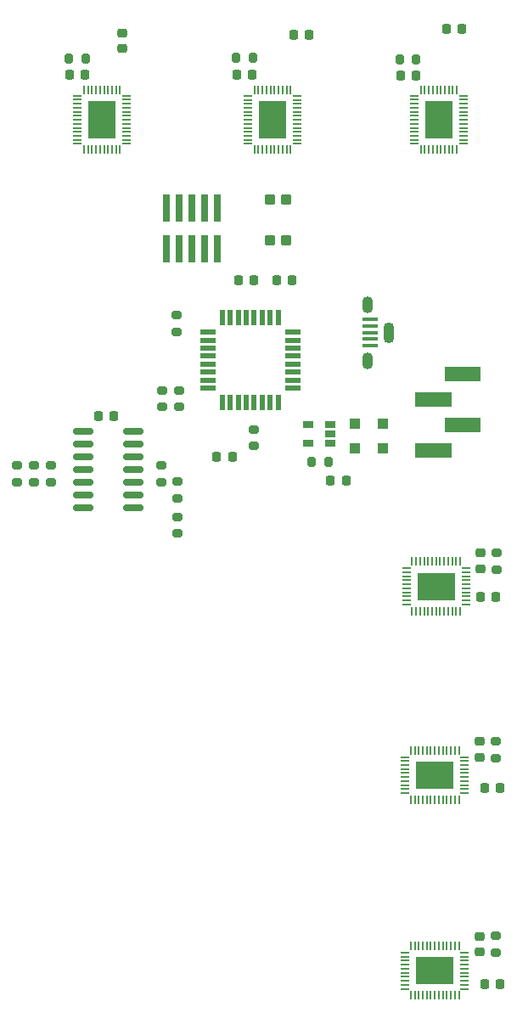
<source format=gbr>
G04 #@! TF.GenerationSoftware,KiCad,Pcbnew,7.0.5*
G04 #@! TF.CreationDate,2025-03-16T21:08:27-05:00*
G04 #@! TF.ProjectId,DSKY_led_display,44534b59-5f6c-4656-945f-646973706c61,V7*
G04 #@! TF.SameCoordinates,Original*
G04 #@! TF.FileFunction,Soldermask,Top*
G04 #@! TF.FilePolarity,Negative*
%FSLAX46Y46*%
G04 Gerber Fmt 4.6, Leading zero omitted, Abs format (unit mm)*
G04 Created by KiCad (PCBNEW 7.0.5) date 2025-03-16 21:08:27*
%MOMM*%
%LPD*%
G01*
G04 APERTURE LIST*
G04 Aperture macros list*
%AMRoundRect*
0 Rectangle with rounded corners*
0 $1 Rounding radius*
0 $2 $3 $4 $5 $6 $7 $8 $9 X,Y pos of 4 corners*
0 Add a 4 corners polygon primitive as box body*
4,1,4,$2,$3,$4,$5,$6,$7,$8,$9,$2,$3,0*
0 Add four circle primitives for the rounded corners*
1,1,$1+$1,$2,$3*
1,1,$1+$1,$4,$5*
1,1,$1+$1,$6,$7*
1,1,$1+$1,$8,$9*
0 Add four rect primitives between the rounded corners*
20,1,$1+$1,$2,$3,$4,$5,0*
20,1,$1+$1,$4,$5,$6,$7,0*
20,1,$1+$1,$6,$7,$8,$9,0*
20,1,$1+$1,$8,$9,$2,$3,0*%
G04 Aperture macros list end*
%ADD10C,0.010000*%
%ADD11RoundRect,0.050000X-0.050000X0.362500X-0.050000X-0.362500X0.050000X-0.362500X0.050000X0.362500X0*%
%ADD12RoundRect,0.050000X-0.362500X0.050000X-0.362500X-0.050000X0.362500X-0.050000X0.362500X0.050000X0*%
%ADD13R,3.800000X2.800000*%
%ADD14RoundRect,0.050000X-0.362500X-0.050000X0.362500X-0.050000X0.362500X0.050000X-0.362500X0.050000X0*%
%ADD15RoundRect,0.050000X-0.050000X-0.362500X0.050000X-0.362500X0.050000X0.362500X-0.050000X0.362500X0*%
%ADD16R,2.800000X3.800000*%
%ADD17R,1.600000X0.550000*%
%ADD18R,0.550000X1.600000*%
%ADD19RoundRect,0.225000X-0.225000X-0.250000X0.225000X-0.250000X0.225000X0.250000X-0.225000X0.250000X0*%
%ADD20RoundRect,0.218750X0.218750X0.256250X-0.218750X0.256250X-0.218750X-0.256250X0.218750X-0.256250X0*%
%ADD21RoundRect,0.218750X-0.218750X-0.256250X0.218750X-0.256250X0.218750X0.256250X-0.218750X0.256250X0*%
%ADD22RoundRect,0.200000X-0.200000X-0.275000X0.200000X-0.275000X0.200000X0.275000X-0.200000X0.275000X0*%
%ADD23RoundRect,0.200000X-0.275000X0.200000X-0.275000X-0.200000X0.275000X-0.200000X0.275000X0.200000X0*%
%ADD24R,1.060000X0.650000*%
%ADD25RoundRect,0.225000X0.250000X-0.225000X0.250000X0.225000X-0.250000X0.225000X-0.250000X-0.225000X0*%
%ADD26R,1.500000X0.450000*%
%ADD27O,1.100000X1.700000*%
%ADD28O,1.100000X2.100000*%
%ADD29RoundRect,0.200000X0.275000X-0.200000X0.275000X0.200000X-0.275000X0.200000X-0.275000X-0.200000X0*%
%ADD30RoundRect,0.200000X0.200000X0.275000X-0.200000X0.275000X-0.200000X-0.275000X0.200000X-0.275000X0*%
%ADD31RoundRect,0.050800X0.450000X-0.450000X0.450000X0.450000X-0.450000X0.450000X-0.450000X-0.450000X0*%
%ADD32R,0.650000X2.760000*%
%ADD33R,0.650000X2.750000*%
%ADD34R,1.100000X1.100000*%
%ADD35RoundRect,0.225000X0.225000X0.250000X-0.225000X0.250000X-0.225000X-0.250000X0.225000X-0.250000X0*%
%ADD36RoundRect,0.150000X-0.825000X-0.150000X0.825000X-0.150000X0.825000X0.150000X-0.825000X0.150000X0*%
G04 APERTURE END LIST*
G04 #@! TO.C,J3*
D10*
X86539019Y-79807000D02*
X83007020Y-79807000D01*
X83007020Y-78435000D01*
X86539019Y-78435000D01*
X86539019Y-79807000D01*
G36*
X86539019Y-79807000D02*
G01*
X83007020Y-79807000D01*
X83007020Y-78435000D01*
X86539019Y-78435000D01*
X86539019Y-79807000D01*
G37*
X89459000Y-77267000D02*
X85927006Y-77267000D01*
X85927006Y-75894997D01*
X89459000Y-75894997D01*
X89459000Y-77267000D01*
G36*
X89459000Y-77267000D02*
G01*
X85927006Y-77267000D01*
X85927006Y-75894997D01*
X89459000Y-75894997D01*
X89459000Y-77267000D01*
G37*
X86539019Y-74727003D02*
X83007020Y-74727003D01*
X83007020Y-73355000D01*
X86539019Y-73355000D01*
X86539019Y-74727003D01*
G36*
X86539019Y-74727003D02*
G01*
X83007020Y-74727003D01*
X83007020Y-73355000D01*
X86539019Y-73355000D01*
X86539019Y-74727003D01*
G37*
X89459000Y-72187000D02*
X85927006Y-72187000D01*
X85927006Y-70815000D01*
X89459000Y-70815000D01*
X89459000Y-72187000D01*
G36*
X89459000Y-72187000D02*
G01*
X85927006Y-72187000D01*
X85927006Y-70815000D01*
X89459000Y-70815000D01*
X89459000Y-72187000D01*
G37*
G04 #@! TD*
D11*
G04 #@! TO.C,U2*
X87490000Y-90247500D03*
X87090000Y-90247500D03*
X86690000Y-90247500D03*
X86290000Y-90247500D03*
X85890000Y-90247500D03*
X85490000Y-90247500D03*
X85090000Y-90247500D03*
X84690000Y-90247500D03*
X84290000Y-90247500D03*
X83890000Y-90247500D03*
X83490000Y-90247500D03*
X83090000Y-90247500D03*
X82690000Y-90247500D03*
D12*
X82127500Y-90910000D03*
X82127500Y-91310000D03*
X82127500Y-91710000D03*
X82127500Y-92110000D03*
X82127500Y-92510000D03*
X82127500Y-92910000D03*
X82127500Y-93310000D03*
X82127500Y-93710000D03*
X82127500Y-94110000D03*
X82127500Y-94510000D03*
D11*
X82690000Y-95172500D03*
X83090000Y-95172500D03*
X83490000Y-95172500D03*
X83890000Y-95172500D03*
X84290000Y-95172500D03*
X84690000Y-95172500D03*
X85090000Y-95172500D03*
X85490000Y-95172500D03*
X85890000Y-95172500D03*
X86290000Y-95172500D03*
X86690000Y-95172500D03*
X87090000Y-95172500D03*
X87490000Y-95172500D03*
D12*
X88052500Y-94510000D03*
X88052500Y-94110000D03*
X88052500Y-93710000D03*
X88052500Y-93310000D03*
X88052500Y-92910000D03*
X88052500Y-92510000D03*
X88052500Y-92110000D03*
X88052500Y-91710000D03*
X88052500Y-91310000D03*
X88052500Y-90910000D03*
D13*
X85090000Y-92710000D03*
G04 #@! TD*
D11*
G04 #@! TO.C,U3*
X87363000Y-128580900D03*
X86963000Y-128580900D03*
X86563000Y-128580900D03*
X86163000Y-128580900D03*
X85763000Y-128580900D03*
X85363000Y-128580900D03*
X84963000Y-128580900D03*
X84563000Y-128580900D03*
X84163000Y-128580900D03*
X83763000Y-128580900D03*
X83363000Y-128580900D03*
X82963000Y-128580900D03*
X82563000Y-128580900D03*
D12*
X82000500Y-129243400D03*
X82000500Y-129643400D03*
X82000500Y-130043400D03*
X82000500Y-130443400D03*
X82000500Y-130843400D03*
X82000500Y-131243400D03*
X82000500Y-131643400D03*
X82000500Y-132043400D03*
X82000500Y-132443400D03*
X82000500Y-132843400D03*
D11*
X82563000Y-133505900D03*
X82963000Y-133505900D03*
X83363000Y-133505900D03*
X83763000Y-133505900D03*
X84163000Y-133505900D03*
X84563000Y-133505900D03*
X84963000Y-133505900D03*
X85363000Y-133505900D03*
X85763000Y-133505900D03*
X86163000Y-133505900D03*
X86563000Y-133505900D03*
X86963000Y-133505900D03*
X87363000Y-133505900D03*
D12*
X87925500Y-132843400D03*
X87925500Y-132443400D03*
X87925500Y-132043400D03*
X87925500Y-131643400D03*
X87925500Y-131243400D03*
X87925500Y-130843400D03*
X87925500Y-130443400D03*
X87925500Y-130043400D03*
X87925500Y-129643400D03*
X87925500Y-129243400D03*
D13*
X84963000Y-131043400D03*
G04 #@! TD*
D11*
G04 #@! TO.C,U4*
X87363000Y-109068500D03*
X86963000Y-109068500D03*
X86563000Y-109068500D03*
X86163000Y-109068500D03*
X85763000Y-109068500D03*
X85363000Y-109068500D03*
X84963000Y-109068500D03*
X84563000Y-109068500D03*
X84163000Y-109068500D03*
X83763000Y-109068500D03*
X83363000Y-109068500D03*
X82963000Y-109068500D03*
X82563000Y-109068500D03*
D12*
X82000500Y-109731000D03*
X82000500Y-110131000D03*
X82000500Y-110531000D03*
X82000500Y-110931000D03*
X82000500Y-111331000D03*
X82000500Y-111731000D03*
X82000500Y-112131000D03*
X82000500Y-112531000D03*
X82000500Y-112931000D03*
X82000500Y-113331000D03*
D11*
X82563000Y-113993500D03*
X82963000Y-113993500D03*
X83363000Y-113993500D03*
X83763000Y-113993500D03*
X84163000Y-113993500D03*
X84563000Y-113993500D03*
X84963000Y-113993500D03*
X85363000Y-113993500D03*
X85763000Y-113993500D03*
X86163000Y-113993500D03*
X86563000Y-113993500D03*
X86963000Y-113993500D03*
X87363000Y-113993500D03*
D12*
X87925500Y-113331000D03*
X87925500Y-112931000D03*
X87925500Y-112531000D03*
X87925500Y-112131000D03*
X87925500Y-111731000D03*
X87925500Y-111331000D03*
X87925500Y-110931000D03*
X87925500Y-110531000D03*
X87925500Y-110131000D03*
X87925500Y-109731000D03*
D13*
X84963000Y-111531000D03*
G04 #@! TD*
D14*
G04 #@! TO.C,U5*
X66312500Y-43793000D03*
X66312500Y-44193000D03*
X66312500Y-44593000D03*
X66312500Y-44993000D03*
X66312500Y-45393000D03*
X66312500Y-45793000D03*
X66312500Y-46193000D03*
X66312500Y-46593000D03*
X66312500Y-46993000D03*
X66312500Y-47393000D03*
X66312500Y-47793000D03*
X66312500Y-48193000D03*
X66312500Y-48593000D03*
D15*
X66975000Y-49155500D03*
X67375000Y-49155500D03*
X67775000Y-49155500D03*
X68175000Y-49155500D03*
X68575000Y-49155500D03*
X68975000Y-49155500D03*
X69375000Y-49155500D03*
X69775000Y-49155500D03*
X70175000Y-49155500D03*
X70575000Y-49155500D03*
D14*
X71237500Y-48593000D03*
X71237500Y-48193000D03*
X71237500Y-47793000D03*
X71237500Y-47393000D03*
X71237500Y-46993000D03*
X71237500Y-46593000D03*
X71237500Y-46193000D03*
X71237500Y-45793000D03*
X71237500Y-45393000D03*
X71237500Y-44993000D03*
X71237500Y-44593000D03*
X71237500Y-44193000D03*
X71237500Y-43793000D03*
D15*
X70575000Y-43230500D03*
X70175000Y-43230500D03*
X69775000Y-43230500D03*
X69375000Y-43230500D03*
X68975000Y-43230500D03*
X68575000Y-43230500D03*
X68175000Y-43230500D03*
X67775000Y-43230500D03*
X67375000Y-43230500D03*
X66975000Y-43230500D03*
D16*
X68775000Y-46193000D03*
G04 #@! TD*
D17*
G04 #@! TO.C,U6*
X62298000Y-67354800D03*
X62298000Y-68154800D03*
X62298000Y-68954800D03*
X62298000Y-69754800D03*
X62298000Y-70554800D03*
X62298000Y-71354800D03*
X62298000Y-72154800D03*
X62298000Y-72954800D03*
D18*
X63748000Y-74404800D03*
X64548000Y-74404800D03*
X65348000Y-74404800D03*
X66148000Y-74404800D03*
X66948000Y-74404800D03*
X67748000Y-74404800D03*
X68548000Y-74404800D03*
X69348000Y-74404800D03*
D17*
X70798000Y-72954800D03*
X70798000Y-72154800D03*
X70798000Y-71354800D03*
X70798000Y-70554800D03*
X70798000Y-69754800D03*
X70798000Y-68954800D03*
X70798000Y-68154800D03*
X70798000Y-67354800D03*
D18*
X69348000Y-65904800D03*
X68548000Y-65904800D03*
X67748000Y-65904800D03*
X66948000Y-65904800D03*
X66148000Y-65904800D03*
X65348000Y-65904800D03*
X64548000Y-65904800D03*
X63748000Y-65904800D03*
G04 #@! TD*
D14*
G04 #@! TO.C,U7*
X49312500Y-43787700D03*
X49312500Y-44187700D03*
X49312500Y-44587700D03*
X49312500Y-44987700D03*
X49312500Y-45387700D03*
X49312500Y-45787700D03*
X49312500Y-46187700D03*
X49312500Y-46587700D03*
X49312500Y-46987700D03*
X49312500Y-47387700D03*
X49312500Y-47787700D03*
X49312500Y-48187700D03*
X49312500Y-48587700D03*
D15*
X49975000Y-49150200D03*
X50375000Y-49150200D03*
X50775000Y-49150200D03*
X51175000Y-49150200D03*
X51575000Y-49150200D03*
X51975000Y-49150200D03*
X52375000Y-49150200D03*
X52775000Y-49150200D03*
X53175000Y-49150200D03*
X53575000Y-49150200D03*
D14*
X54237500Y-48587700D03*
X54237500Y-48187700D03*
X54237500Y-47787700D03*
X54237500Y-47387700D03*
X54237500Y-46987700D03*
X54237500Y-46587700D03*
X54237500Y-46187700D03*
X54237500Y-45787700D03*
X54237500Y-45387700D03*
X54237500Y-44987700D03*
X54237500Y-44587700D03*
X54237500Y-44187700D03*
X54237500Y-43787700D03*
D15*
X53575000Y-43225200D03*
X53175000Y-43225200D03*
X52775000Y-43225200D03*
X52375000Y-43225200D03*
X51975000Y-43225200D03*
X51575000Y-43225200D03*
X51175000Y-43225200D03*
X50775000Y-43225200D03*
X50375000Y-43225200D03*
X49975000Y-43225200D03*
D16*
X51775000Y-46187700D03*
G04 #@! TD*
D19*
G04 #@! TO.C,C1*
X89925000Y-132400000D03*
X91475000Y-132400000D03*
G04 #@! TD*
G04 #@! TO.C,C2*
X70850000Y-37700000D03*
X72400000Y-37700000D03*
G04 #@! TD*
D20*
G04 #@! TO.C,D1*
X76123900Y-82194400D03*
X74548900Y-82194400D03*
G04 #@! TD*
D21*
G04 #@! TO.C,D2*
X63220500Y-79756000D03*
X64795500Y-79756000D03*
G04 #@! TD*
D22*
G04 #@! TO.C,R4*
X72694800Y-80314800D03*
X74344800Y-80314800D03*
G04 #@! TD*
D23*
G04 #@! TO.C,R5*
X66903600Y-77051400D03*
X66903600Y-78701400D03*
G04 #@! TD*
D24*
G04 #@! TO.C,U1*
X74556800Y-78470800D03*
X74556800Y-77520800D03*
X74556800Y-76570800D03*
X72356800Y-76570800D03*
X72356800Y-78470800D03*
G04 #@! TD*
D14*
G04 #@! TO.C,U8*
X82902500Y-43788800D03*
X82902500Y-44188800D03*
X82902500Y-44588800D03*
X82902500Y-44988800D03*
X82902500Y-45388800D03*
X82902500Y-45788800D03*
X82902500Y-46188800D03*
X82902500Y-46588800D03*
X82902500Y-46988800D03*
X82902500Y-47388800D03*
X82902500Y-47788800D03*
X82902500Y-48188800D03*
X82902500Y-48588800D03*
D15*
X83565000Y-49151300D03*
X83965000Y-49151300D03*
X84365000Y-49151300D03*
X84765000Y-49151300D03*
X85165000Y-49151300D03*
X85565000Y-49151300D03*
X85965000Y-49151300D03*
X86365000Y-49151300D03*
X86765000Y-49151300D03*
X87165000Y-49151300D03*
D14*
X87827500Y-48588800D03*
X87827500Y-48188800D03*
X87827500Y-47788800D03*
X87827500Y-47388800D03*
X87827500Y-46988800D03*
X87827500Y-46588800D03*
X87827500Y-46188800D03*
X87827500Y-45788800D03*
X87827500Y-45388800D03*
X87827500Y-44988800D03*
X87827500Y-44588800D03*
X87827500Y-44188800D03*
X87827500Y-43788800D03*
D15*
X87165000Y-43226300D03*
X86765000Y-43226300D03*
X86365000Y-43226300D03*
X85965000Y-43226300D03*
X85565000Y-43226300D03*
X85165000Y-43226300D03*
X84765000Y-43226300D03*
X84365000Y-43226300D03*
X83965000Y-43226300D03*
X83565000Y-43226300D03*
D16*
X85365000Y-46188800D03*
G04 #@! TD*
D19*
G04 #@! TO.C,C3*
X89925000Y-112800000D03*
X91475000Y-112800000D03*
G04 #@! TD*
G04 #@! TO.C,C4*
X89525000Y-93800000D03*
X91075000Y-93800000D03*
G04 #@! TD*
G04 #@! TO.C,C5*
X65353600Y-62179200D03*
X66903600Y-62179200D03*
G04 #@! TD*
D25*
G04 #@! TO.C,C6*
X53800000Y-39075000D03*
X53800000Y-37525000D03*
G04 #@! TD*
D19*
G04 #@! TO.C,C7*
X86125000Y-37100000D03*
X87675000Y-37100000D03*
G04 #@! TD*
D26*
G04 #@! TO.C,J1*
X78500000Y-68700000D03*
X78500000Y-68050000D03*
X78500000Y-67400000D03*
X78500000Y-66750000D03*
X78500000Y-66100000D03*
D27*
X78250000Y-70200000D03*
X78250000Y-64600000D03*
D28*
X80400000Y-67400000D03*
G04 #@! TD*
D29*
G04 #@! TO.C,R15*
X91100000Y-91025000D03*
X91100000Y-89375000D03*
G04 #@! TD*
G04 #@! TO.C,R16*
X91000000Y-129225000D03*
X91000000Y-127575000D03*
G04 #@! TD*
G04 #@! TO.C,R17*
X91000000Y-109825000D03*
X91000000Y-108175000D03*
G04 #@! TD*
D30*
G04 #@! TO.C,R18*
X66825000Y-40000000D03*
X65175000Y-40000000D03*
G04 #@! TD*
G04 #@! TO.C,R19*
X50125000Y-40100000D03*
X48475000Y-40100000D03*
G04 #@! TD*
G04 #@! TO.C,R20*
X83125000Y-40200000D03*
X81475000Y-40200000D03*
G04 #@! TD*
D31*
G04 #@! TO.C,SW1*
X68550000Y-54125000D03*
X68550000Y-58225000D03*
X70150000Y-54125000D03*
X70150000Y-58225000D03*
G04 #@! TD*
D32*
G04 #@! TO.C,J2*
X58160000Y-59030000D03*
X58160000Y-54970000D03*
X59430000Y-59030000D03*
D33*
X59430000Y-54970000D03*
D32*
X60700000Y-59030000D03*
X60700000Y-54970000D03*
X61970000Y-59030000D03*
X61970000Y-54970000D03*
X63240000Y-59030000D03*
X63240000Y-54970000D03*
G04 #@! TD*
D34*
G04 #@! TO.C,D191*
X76984400Y-78943200D03*
X79784400Y-78943200D03*
G04 #@! TD*
G04 #@! TO.C,D192*
X76984400Y-76504800D03*
X79784400Y-76504800D03*
G04 #@! TD*
D19*
G04 #@! TO.C,C8*
X69163600Y-62179200D03*
X70713600Y-62179200D03*
G04 #@! TD*
D25*
G04 #@! TO.C,C9*
X89535000Y-90932000D03*
X89535000Y-89382000D03*
G04 #@! TD*
G04 #@! TO.C,C10*
X89408000Y-129159000D03*
X89408000Y-127609000D03*
G04 #@! TD*
D35*
G04 #@! TO.C,C11*
X66775000Y-41700000D03*
X65225000Y-41700000D03*
G04 #@! TD*
D25*
G04 #@! TO.C,C12*
X89408000Y-109741000D03*
X89408000Y-108191000D03*
G04 #@! TD*
D35*
G04 #@! TO.C,C13*
X50075000Y-41700000D03*
X48525000Y-41700000D03*
G04 #@! TD*
G04 #@! TO.C,C14*
X83075000Y-41800000D03*
X81525000Y-41800000D03*
G04 #@! TD*
G04 #@! TO.C,C15*
X52975000Y-75700000D03*
X51425000Y-75700000D03*
G04 #@! TD*
D23*
G04 #@! TO.C,R7*
X45000000Y-80675000D03*
X45000000Y-82325000D03*
G04 #@! TD*
G04 #@! TO.C,R8*
X46700000Y-80675000D03*
X46700000Y-82325000D03*
G04 #@! TD*
G04 #@! TO.C,R9*
X57700000Y-80675000D03*
X57700000Y-82325000D03*
G04 #@! TD*
G04 #@! TO.C,R10*
X59300000Y-82275000D03*
X59300000Y-83925000D03*
G04 #@! TD*
D36*
G04 #@! TO.C,U9*
X49900000Y-77230000D03*
X49900000Y-78500000D03*
X49900000Y-79770000D03*
X49900000Y-81040000D03*
X49900000Y-82310000D03*
X49900000Y-83580000D03*
X49900000Y-84850000D03*
X54850000Y-84850000D03*
X54850000Y-83580000D03*
X54850000Y-82310000D03*
X54850000Y-81040000D03*
X54850000Y-79770000D03*
X54850000Y-78500000D03*
X54850000Y-77230000D03*
G04 #@! TD*
D23*
G04 #@! TO.C,R13*
X59200000Y-65675000D03*
X59200000Y-67325000D03*
G04 #@! TD*
G04 #@! TO.C,R14*
X59500000Y-73175000D03*
X59500000Y-74825000D03*
G04 #@! TD*
G04 #@! TO.C,R21*
X57800000Y-73175000D03*
X57800000Y-74825000D03*
G04 #@! TD*
D29*
G04 #@! TO.C,R22*
X43300000Y-82325000D03*
X43300000Y-80675000D03*
G04 #@! TD*
G04 #@! TO.C,R23*
X59300000Y-87425000D03*
X59300000Y-85775000D03*
G04 #@! TD*
M02*

</source>
